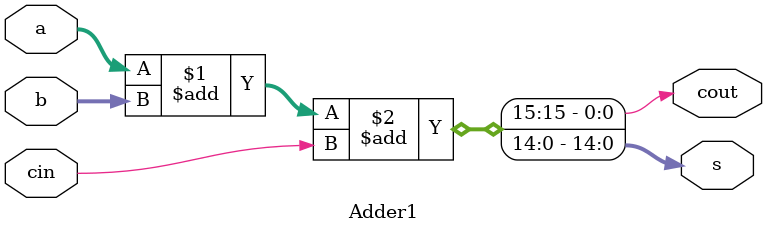
<source format=v>

module ALU (Ain,Bin,ALUop,w2t5,w2t10);
  input [15:0] Ain, Bin;
  input [1:0] ALUop;
  output [15:0] w2t5;
  output [2:0] w2t10;
  reg [15:0] w2t5;
  reg [2:0] w2t10;//[2]= zero flag, [1]= negative flag, [0]= overflow flag
  wire [15:0] s;  
  wire ovf;
  wire isSub;

  `define Addab 2'b00
  `define Subab 2'b01
  `define Andab 2'b10
  `define Notb 2'b11

  assign isSub = (ALUop == `Subab);
  AddSub #(16) checkOvf(Ain,Bin,isSub,s,ovf);

  always @(*) begin
    case(ALUop)
	`Addab: w2t5 = s;//Ain + Bin;
	`Subab: w2t5 = s;//Ain - Bin;
	`Andab: w2t5 = Ain & Bin;
	`Notb: w2t5 = ~Bin;
	default: w2t5 = 16'b0;
    endcase
  w2t10[2] = w2t5 == 0;
  w2t10[1] = w2t5[15];
  w2t10[0] = ovf;
  end

endmodule



module AddSub(a,b,sub,s,ovf);
  parameter n = 16 ;
  input [n-1:0] a, b ;
  input sub ;           // subtract if sub=1, otherwise add
  output [n-1:0] s ;
  output ovf ;          // 1 if overflow
  wire c1, c2 ;         // carry out of last two bits
  wire ovf = c1 ^ c2 ;  // overflow if signs don't match

  // add non sign bits
  Adder1 #(n-1) ai(a[n-2:0],b[n-2:0]^{n-1{sub}},sub,c1,s[n-2:0]) ;
  // add sign bits
  Adder1 #(1)   as(a[n-1],b[n-1]^sub,c1,c2,s[n-1]) ;
endmodule



module Adder1(a,b,cin,cout,s) ;
  parameter n = 15 ;
  input [n-1:0] a, b ;
  input cin ;
  output [n-1:0] s ;
  output cout ;
  wire [n-1:0] s;
  wire cout;

  assign {cout, s} = a + b + cin ;
endmodule 

</source>
